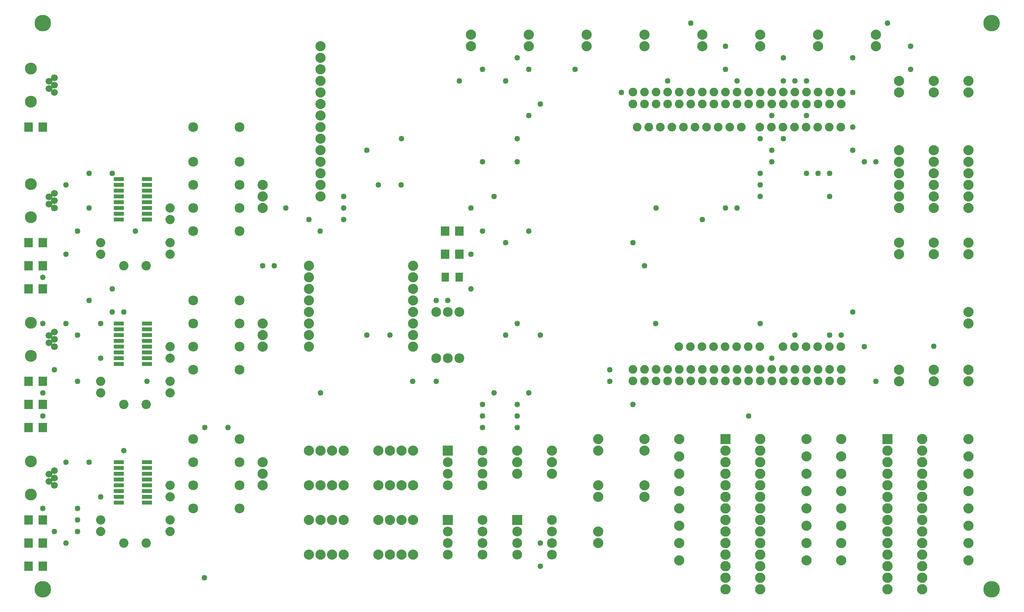
<source format=gts>
G04 MADE WITH FRITZING*
G04 WWW.FRITZING.ORG*
G04 DOUBLE SIDED*
G04 HOLES PLATED*
G04 CONTOUR ON CENTER OF CONTOUR VECTOR*
%ASAXBY*%
%FSLAX23Y23*%
%MOIN*%
%OFA0B0*%
%SFA1.0B1.0*%
%ADD10C,0.049370*%
%ADD11C,0.143858*%
%ADD12C,0.088000*%
%ADD13C,0.089370*%
%ADD14C,0.085000*%
%ADD15C,0.075278*%
%ADD16C,0.087778*%
%ADD17C,0.059370*%
%ADD18C,0.102677*%
%ADD19C,0.080925*%
%ADD20C,0.080866*%
%ADD21C,0.080000*%
%ADD22R,0.089370X0.089370*%
%ADD23R,0.085000X0.085000*%
%ADD24R,0.090000X0.036000*%
%ADD25R,0.072992X0.084803*%
%ADD26C,0.010000*%
%LNMASK1*%
G90*
G70*
G54D10*
X518Y819D03*
X418Y619D03*
X918Y1419D03*
X618Y1319D03*
X318Y719D03*
X518Y719D03*
X518Y918D03*
X718Y1019D03*
X1617Y317D03*
X419Y1318D03*
X218Y919D03*
X7920Y2320D03*
X3919Y2817D03*
X3718Y2718D03*
X3919Y3119D03*
X3618Y2718D03*
X6318Y1719D03*
X6518Y2219D03*
X5319Y1818D03*
X2618Y1919D03*
X3620Y2018D03*
X3417Y2017D03*
X4518Y2419D03*
X6718Y2419D03*
X3218Y2419D03*
X3018Y2418D03*
X5517Y2519D03*
X6418Y2519D03*
X7318Y2319D03*
X7418Y2019D03*
X7220Y2619D03*
X7018Y2418D03*
X7119Y2418D03*
X6818Y4619D03*
X7419Y3918D03*
X7718Y4719D03*
X7718Y4919D03*
X7218Y4519D03*
X7220Y4819D03*
X4518Y4419D03*
X4418Y4319D03*
X5619Y4618D03*
X5218Y4519D03*
X4818Y4719D03*
X4418Y4719D03*
X4218Y4618D03*
X5119Y2018D03*
X4218Y2419D03*
X3018Y4019D03*
X4318Y2519D03*
X5119Y2118D03*
X4218Y3219D03*
X4018Y3319D03*
X3317Y3718D03*
X6518Y4019D03*
X7318Y3919D03*
X7219Y4219D03*
X7218Y4019D03*
X6518Y3919D03*
X6418Y3818D03*
X2119Y3018D03*
X2819Y3418D03*
X6618Y4119D03*
X6418Y3719D03*
X2218Y3019D03*
X2617Y3319D03*
X818Y2619D03*
X718Y2519D03*
X619Y2718D03*
X519Y2018D03*
X519Y2419D03*
X318Y2119D03*
X718Y2219D03*
X218Y2519D03*
X418Y2519D03*
X218Y1919D03*
X1118Y2019D03*
X218Y1719D03*
X1618Y1619D03*
X1818Y1619D03*
X418Y3719D03*
X218Y2918D03*
X618Y3519D03*
X818Y3819D03*
X918Y2619D03*
X818Y2818D03*
X1018Y3318D03*
X518Y3319D03*
X618Y3819D03*
X418Y3119D03*
X4019Y4719D03*
X4318Y4818D03*
X6718Y4618D03*
X6618Y4819D03*
X6618Y4618D03*
X6218Y4619D03*
X6118Y4919D03*
X5818Y5119D03*
X7519Y5119D03*
X6118Y4719D03*
X2818Y3519D03*
X4019Y3918D03*
X5518Y3519D03*
X6118Y3519D03*
X5318Y3219D03*
X5419Y3018D03*
X4019Y1618D03*
X4318Y1618D03*
X4318Y1718D03*
X4019Y1718D03*
X4019Y1819D03*
X4318Y1819D03*
X4118Y1919D03*
X4418Y1919D03*
X7018Y3819D03*
X7018Y3619D03*
X5918Y3419D03*
X3919Y3519D03*
X3119Y3718D03*
X2819Y3618D03*
X2318Y3519D03*
X2519Y3418D03*
X6918Y3819D03*
X6819Y3819D03*
X6418Y3619D03*
X3318Y4119D03*
X4118Y3619D03*
X6819Y4318D03*
X6518Y4319D03*
X6418Y4118D03*
X6218Y3518D03*
X4319Y3918D03*
X4418Y3319D03*
X4319Y4118D03*
X3818Y4619D03*
X4518Y419D03*
X4518Y618D03*
G54D11*
X218Y219D03*
X218Y5119D03*
X8418Y219D03*
X8418Y5119D03*
G54D12*
X7918Y4019D03*
X7918Y3919D03*
X7918Y3819D03*
X7918Y3719D03*
X7918Y3619D03*
X7918Y3519D03*
X8218Y4019D03*
X8218Y3919D03*
X8218Y3819D03*
X8218Y3719D03*
X8218Y3619D03*
X8218Y3519D03*
X7618Y4019D03*
X7618Y3919D03*
X7618Y3819D03*
X7618Y3719D03*
X7618Y3619D03*
X7618Y3519D03*
X2118Y1319D03*
X2118Y1219D03*
X2118Y1119D03*
X2118Y2519D03*
X2118Y2419D03*
X2118Y2319D03*
X2118Y3719D03*
X2118Y3619D03*
X2118Y3519D03*
X2618Y4919D03*
X2618Y4819D03*
X2618Y4719D03*
X2618Y4619D03*
X2618Y4519D03*
X2618Y4419D03*
X2618Y4319D03*
X2618Y4219D03*
X2618Y4119D03*
X2618Y4019D03*
X2618Y3919D03*
X2618Y3819D03*
X2618Y3719D03*
X2618Y3619D03*
X5418Y4919D03*
X5418Y5019D03*
X7918Y4519D03*
X7918Y4619D03*
X8218Y3119D03*
X8218Y3219D03*
X8218Y4519D03*
X8218Y4619D03*
X7918Y3119D03*
X7918Y3219D03*
X6418Y4919D03*
X6418Y5019D03*
X7418Y4919D03*
X7418Y5019D03*
X7618Y4519D03*
X7618Y4619D03*
X8218Y2519D03*
X8218Y2619D03*
X5418Y1119D03*
X5418Y1019D03*
X5418Y1519D03*
X5418Y1419D03*
X5918Y4919D03*
X5918Y5019D03*
X4918Y4919D03*
X4918Y5019D03*
X6918Y4919D03*
X6918Y5019D03*
X4418Y4919D03*
X4418Y5019D03*
X3918Y4919D03*
X3918Y5019D03*
G54D13*
X7518Y1519D03*
X7818Y1519D03*
X7518Y1419D03*
X7818Y1419D03*
X7518Y1319D03*
X7818Y1319D03*
X7518Y1219D03*
X7818Y1219D03*
X7518Y1119D03*
X7818Y1119D03*
X7518Y1019D03*
X7818Y1019D03*
X7518Y919D03*
X7818Y919D03*
X7518Y819D03*
X7818Y819D03*
X7518Y719D03*
X7818Y719D03*
X7518Y619D03*
X7818Y619D03*
X7518Y519D03*
X7818Y519D03*
X7518Y419D03*
X7818Y419D03*
X7518Y319D03*
X7818Y319D03*
X7518Y219D03*
X7818Y219D03*
X6118Y1519D03*
X6418Y1519D03*
X6118Y1419D03*
X6418Y1419D03*
X6118Y1319D03*
X6418Y1319D03*
X6118Y1219D03*
X6418Y1219D03*
X6118Y1119D03*
X6418Y1119D03*
X6118Y1019D03*
X6418Y1019D03*
X6118Y919D03*
X6418Y919D03*
X6118Y819D03*
X6418Y819D03*
X6118Y719D03*
X6418Y719D03*
X6118Y619D03*
X6418Y619D03*
X6118Y519D03*
X6418Y519D03*
X6118Y419D03*
X6418Y419D03*
X6118Y319D03*
X6418Y319D03*
X6118Y219D03*
X6418Y219D03*
G54D12*
X8218Y1519D03*
X8218Y1369D03*
X8218Y1219D03*
X8218Y1069D03*
X8218Y919D03*
X8218Y769D03*
X8218Y619D03*
X8218Y469D03*
X7118Y1519D03*
X7118Y1369D03*
X7118Y1219D03*
X7118Y1069D03*
X7118Y919D03*
X7118Y769D03*
X7118Y619D03*
X7118Y469D03*
X6818Y1519D03*
X6818Y1369D03*
X6818Y1219D03*
X6818Y1069D03*
X6818Y919D03*
X6818Y769D03*
X6818Y619D03*
X6818Y469D03*
X5718Y1519D03*
X5718Y1369D03*
X5718Y1219D03*
X5718Y1069D03*
X5718Y919D03*
X5718Y769D03*
X5718Y619D03*
X5718Y469D03*
G54D14*
X4318Y819D03*
X4618Y819D03*
X4318Y719D03*
X4618Y719D03*
X4318Y619D03*
X4618Y619D03*
X4318Y519D03*
X4618Y519D03*
X3718Y819D03*
X4018Y819D03*
X3718Y719D03*
X4018Y719D03*
X3718Y619D03*
X4018Y619D03*
X3718Y519D03*
X4018Y519D03*
X3718Y1419D03*
X4018Y1419D03*
X3718Y1319D03*
X4018Y1319D03*
X3718Y1219D03*
X4018Y1219D03*
X3718Y1119D03*
X4018Y1119D03*
G54D12*
X4618Y1419D03*
X4618Y1319D03*
X4618Y1219D03*
X4318Y1419D03*
X4318Y1319D03*
X4318Y1219D03*
X7618Y3119D03*
X7618Y3219D03*
G54D14*
X3618Y2619D03*
X3618Y2219D03*
X3718Y2619D03*
X3718Y2219D03*
X3818Y2619D03*
X3818Y2219D03*
X1518Y4219D03*
X1918Y4219D03*
G54D12*
X7618Y2119D03*
X7618Y2019D03*
X8218Y2119D03*
X8218Y2019D03*
X7918Y2119D03*
X7918Y2019D03*
X5018Y719D03*
X5018Y619D03*
X5018Y1119D03*
X5018Y1019D03*
X5018Y1519D03*
X5018Y1419D03*
G54D15*
X6717Y2319D03*
X6817Y2319D03*
X6917Y2319D03*
X7017Y2319D03*
X7117Y2319D03*
X6257Y4219D03*
X6157Y4219D03*
X6057Y4219D03*
X5957Y4219D03*
X5857Y4219D03*
X5757Y4219D03*
X5657Y4219D03*
X5557Y4219D03*
X5457Y4219D03*
X5357Y4219D03*
X7117Y4219D03*
X7017Y4219D03*
X6917Y4219D03*
X6817Y4219D03*
X6717Y4219D03*
X6617Y4219D03*
X6517Y4219D03*
X6417Y4219D03*
X5817Y2319D03*
X5717Y2319D03*
X5917Y2319D03*
X6017Y2319D03*
X6117Y2319D03*
X6217Y2319D03*
X6317Y2319D03*
X6417Y2319D03*
X6617Y2319D03*
X5318Y2120D03*
X5418Y2120D03*
X5518Y2120D03*
X5618Y2120D03*
X5718Y2120D03*
X5818Y2120D03*
X5918Y2120D03*
X6018Y2120D03*
X6118Y2120D03*
X6218Y2120D03*
X6318Y2120D03*
X6418Y2120D03*
X6518Y2120D03*
X6618Y2120D03*
X6718Y2120D03*
X6818Y2120D03*
X6918Y2120D03*
X7018Y2120D03*
X7118Y2120D03*
X5318Y2022D03*
X5418Y2022D03*
X5518Y2022D03*
X5618Y2022D03*
X5718Y2022D03*
X5818Y2022D03*
X5918Y2022D03*
X6018Y2022D03*
X6118Y2022D03*
X6218Y2022D03*
X6318Y2022D03*
X6418Y2022D03*
X6518Y2022D03*
X6618Y2022D03*
X6718Y2022D03*
X6818Y2022D03*
X6918Y2022D03*
X7018Y2022D03*
X7118Y2022D03*
X5318Y4520D03*
X5418Y4520D03*
X5518Y4520D03*
X5618Y4520D03*
X5718Y4520D03*
X5818Y4520D03*
X5918Y4520D03*
X6018Y4520D03*
X6118Y4520D03*
X6218Y4520D03*
X6318Y4520D03*
X6418Y4520D03*
X6518Y4520D03*
X6618Y4520D03*
X6718Y4520D03*
X6818Y4520D03*
X6918Y4520D03*
X7018Y4520D03*
X7118Y4520D03*
X5318Y4419D03*
X5418Y4419D03*
X5518Y4419D03*
X5618Y4419D03*
X5718Y4419D03*
X5818Y4419D03*
X5918Y4419D03*
X6018Y4419D03*
X6118Y4419D03*
X6218Y4419D03*
X6318Y4419D03*
X6418Y4419D03*
X6518Y4419D03*
X6618Y4419D03*
X6718Y4419D03*
X6818Y4419D03*
X6918Y4419D03*
X7018Y4419D03*
X7118Y4419D03*
G54D16*
X3418Y2319D03*
X3418Y2419D03*
X3418Y2519D03*
X3418Y2619D03*
X3418Y2719D03*
X3418Y2819D03*
X3418Y2919D03*
X3418Y3019D03*
X2518Y3019D03*
X2518Y2919D03*
X2518Y2819D03*
X2518Y2719D03*
X2518Y2619D03*
X2518Y2519D03*
X2518Y2419D03*
X2518Y2319D03*
G54D17*
X318Y1244D03*
X318Y1182D03*
X318Y1119D03*
X271Y1213D03*
X271Y1150D03*
G54D18*
X117Y1038D03*
X117Y1325D03*
G54D17*
X318Y2444D03*
X318Y2382D03*
X318Y2319D03*
X271Y2413D03*
X271Y2350D03*
G54D18*
X117Y2238D03*
X117Y2525D03*
G54D17*
X318Y3644D03*
X318Y3582D03*
X318Y3519D03*
X271Y3613D03*
X271Y3550D03*
G54D18*
X117Y3438D03*
X117Y3725D03*
G54D17*
X318Y4644D03*
X318Y4582D03*
X318Y4519D03*
X271Y4613D03*
X271Y4550D03*
G54D18*
X117Y4438D03*
X117Y4725D03*
G54D12*
X2818Y519D03*
X2718Y519D03*
X2618Y519D03*
X2518Y519D03*
X3418Y519D03*
X3318Y519D03*
X3218Y519D03*
X3118Y519D03*
X2818Y819D03*
X2718Y819D03*
X2618Y819D03*
X2518Y819D03*
X3418Y819D03*
X3318Y819D03*
X3218Y819D03*
X3118Y819D03*
X2818Y1119D03*
X2718Y1119D03*
X2618Y1119D03*
X2518Y1119D03*
X3418Y1119D03*
X3318Y1119D03*
X3218Y1119D03*
X3118Y1119D03*
X2818Y1419D03*
X2718Y1419D03*
X2618Y1419D03*
X2518Y1419D03*
X3418Y1419D03*
X3318Y1419D03*
X3218Y1419D03*
X3118Y1419D03*
G54D19*
X1111Y619D03*
G54D20*
X918Y619D03*
G54D19*
X1112Y1818D03*
G54D20*
X918Y1818D03*
G54D19*
X1112Y3019D03*
G54D20*
X918Y3019D03*
G54D21*
X1318Y1018D03*
X1318Y1119D03*
X718Y819D03*
X718Y719D03*
X1318Y819D03*
X1318Y719D03*
X1318Y2319D03*
X1318Y2218D03*
X1318Y2019D03*
X1318Y1918D03*
X718Y2019D03*
X718Y1918D03*
X1318Y3418D03*
X1318Y3519D03*
X1318Y3219D03*
X1318Y3119D03*
X718Y3219D03*
X718Y3119D03*
G54D14*
X1518Y1319D03*
X1918Y1319D03*
X1518Y2519D03*
X1918Y2519D03*
X1518Y3719D03*
X1918Y3719D03*
X1518Y1519D03*
X1918Y1519D03*
X1518Y2719D03*
X1918Y2719D03*
X1518Y3919D03*
X1918Y3919D03*
X1518Y1119D03*
X1918Y1119D03*
X1518Y2318D03*
X1918Y2318D03*
X1518Y3519D03*
X1918Y3519D03*
X1518Y919D03*
X1918Y919D03*
X1518Y2118D03*
X1918Y2118D03*
X1518Y3319D03*
X1918Y3319D03*
G54D22*
X7518Y1518D03*
X6118Y1518D03*
G54D23*
X4318Y819D03*
X3718Y819D03*
X3718Y1419D03*
G54D24*
X876Y1319D03*
X876Y1269D03*
X876Y1219D03*
X876Y1169D03*
X876Y1119D03*
X876Y1069D03*
X876Y1019D03*
X876Y969D03*
X1118Y969D03*
X1118Y1019D03*
X1118Y1069D03*
X1118Y1119D03*
X1118Y1169D03*
X1118Y1219D03*
X1118Y1269D03*
X1118Y1319D03*
X876Y2518D03*
X876Y2468D03*
X876Y2418D03*
X876Y2368D03*
X876Y2318D03*
X876Y2268D03*
X876Y2218D03*
X876Y2168D03*
X1118Y2168D03*
X1118Y2218D03*
X1118Y2268D03*
X1118Y2318D03*
X1118Y2368D03*
X1118Y2418D03*
X1118Y2468D03*
X1118Y2518D03*
X876Y3769D03*
X876Y3719D03*
X876Y3669D03*
X876Y3619D03*
X876Y3569D03*
X876Y3519D03*
X876Y3469D03*
X876Y3419D03*
X1118Y3419D03*
X1118Y3469D03*
X1118Y3519D03*
X1118Y3569D03*
X1118Y3619D03*
X1118Y3669D03*
X1118Y3719D03*
X1118Y3769D03*
G54D25*
X218Y819D03*
X96Y819D03*
X96Y619D03*
X218Y619D03*
X96Y419D03*
X218Y419D03*
X96Y1819D03*
X218Y1819D03*
X3818Y3319D03*
X3696Y3319D03*
X3818Y3119D03*
X3696Y3119D03*
X96Y4219D03*
X218Y4219D03*
X218Y2019D03*
X96Y2019D03*
X96Y1619D03*
X218Y1619D03*
X96Y2819D03*
X218Y2819D03*
X96Y3019D03*
X218Y3019D03*
X218Y3219D03*
X96Y3219D03*
G54D26*
G36*
X3787Y2881D02*
X3787Y2956D01*
X3850Y2956D01*
X3850Y2881D01*
X3787Y2881D01*
G37*
D02*
G36*
X3665Y2881D02*
X3665Y2956D01*
X3728Y2956D01*
X3728Y2881D01*
X3665Y2881D01*
G37*
D02*
G04 End of Mask1*
M02*
</source>
